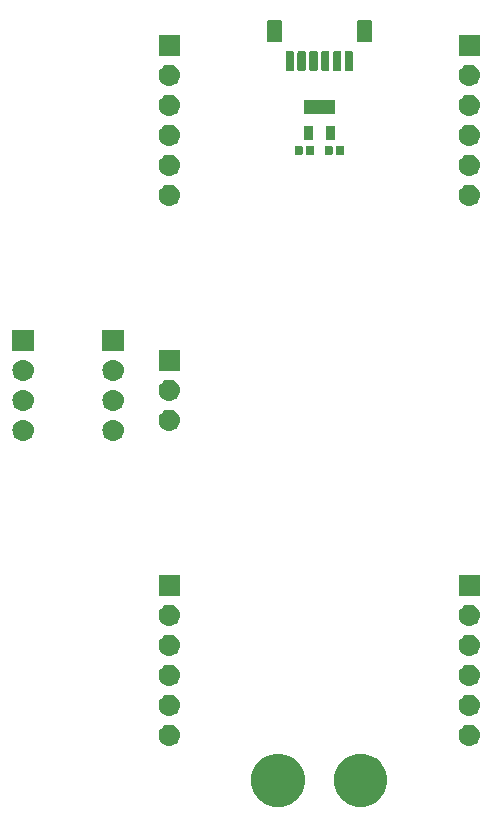
<source format=gbs>
G04 #@! TF.GenerationSoftware,KiCad,Pcbnew,(5.1.4)-1*
G04 #@! TF.CreationDate,2021-07-20T22:26:21+09:00*
G04 #@! TF.ProjectId,UAV2021_ver3_panelizing,55415632-3032-4315-9f76-6572335f7061,rev?*
G04 #@! TF.SameCoordinates,Original*
G04 #@! TF.FileFunction,Soldermask,Bot*
G04 #@! TF.FilePolarity,Negative*
%FSLAX46Y46*%
G04 Gerber Fmt 4.6, Leading zero omitted, Abs format (unit mm)*
G04 Created by KiCad (PCBNEW (5.1.4)-1) date 2021-07-20 22:26:21*
%MOMM*%
%LPD*%
G04 APERTURE LIST*
%ADD10C,0.100000*%
G04 APERTURE END LIST*
D10*
G36*
X3775880Y-30759776D02*
G01*
X4156593Y-30835504D01*
X4566249Y-31005189D01*
X4934929Y-31251534D01*
X5248466Y-31565071D01*
X5494811Y-31933751D01*
X5664496Y-32343407D01*
X5751000Y-32778296D01*
X5751000Y-33221704D01*
X5664496Y-33656593D01*
X5494811Y-34066249D01*
X5248466Y-34434929D01*
X4934929Y-34748466D01*
X4566249Y-34994811D01*
X4156593Y-35164496D01*
X3775880Y-35240224D01*
X3721705Y-35251000D01*
X3278295Y-35251000D01*
X3224120Y-35240224D01*
X2843407Y-35164496D01*
X2433751Y-34994811D01*
X2065071Y-34748466D01*
X1751534Y-34434929D01*
X1505189Y-34066249D01*
X1335504Y-33656593D01*
X1249000Y-33221704D01*
X1249000Y-32778296D01*
X1335504Y-32343407D01*
X1505189Y-31933751D01*
X1751534Y-31565071D01*
X2065071Y-31251534D01*
X2433751Y-31005189D01*
X2843407Y-30835504D01*
X3224120Y-30759776D01*
X3278295Y-30749000D01*
X3721705Y-30749000D01*
X3775880Y-30759776D01*
X3775880Y-30759776D01*
G37*
G36*
X-3224120Y-30759776D02*
G01*
X-2843407Y-30835504D01*
X-2433751Y-31005189D01*
X-2065071Y-31251534D01*
X-1751534Y-31565071D01*
X-1505189Y-31933751D01*
X-1335504Y-32343407D01*
X-1249000Y-32778296D01*
X-1249000Y-33221704D01*
X-1335504Y-33656593D01*
X-1505189Y-34066249D01*
X-1751534Y-34434929D01*
X-2065071Y-34748466D01*
X-2433751Y-34994811D01*
X-2843407Y-35164496D01*
X-3224120Y-35240224D01*
X-3278295Y-35251000D01*
X-3721705Y-35251000D01*
X-3775880Y-35240224D01*
X-4156593Y-35164496D01*
X-4566249Y-34994811D01*
X-4934929Y-34748466D01*
X-5248466Y-34434929D01*
X-5494811Y-34066249D01*
X-5664496Y-33656593D01*
X-5751000Y-33221704D01*
X-5751000Y-32778296D01*
X-5664496Y-32343407D01*
X-5494811Y-31933751D01*
X-5248466Y-31565071D01*
X-4934929Y-31251534D01*
X-4566249Y-31005189D01*
X-4156593Y-30835504D01*
X-3775880Y-30759776D01*
X-3721705Y-30749000D01*
X-3278295Y-30749000D01*
X-3224120Y-30759776D01*
X-3224120Y-30759776D01*
G37*
G36*
X-12589558Y-28315518D02*
G01*
X-12523373Y-28322037D01*
X-12353534Y-28373557D01*
X-12197009Y-28457222D01*
X-12161271Y-28486552D01*
X-12059814Y-28569814D01*
X-11976552Y-28671271D01*
X-11947222Y-28707009D01*
X-11863557Y-28863534D01*
X-11812037Y-29033373D01*
X-11794641Y-29210000D01*
X-11812037Y-29386627D01*
X-11863557Y-29556466D01*
X-11947222Y-29712991D01*
X-11976552Y-29748729D01*
X-12059814Y-29850186D01*
X-12161271Y-29933448D01*
X-12197009Y-29962778D01*
X-12353534Y-30046443D01*
X-12523373Y-30097963D01*
X-12589558Y-30104482D01*
X-12655740Y-30111000D01*
X-12744260Y-30111000D01*
X-12810442Y-30104482D01*
X-12876627Y-30097963D01*
X-13046466Y-30046443D01*
X-13202991Y-29962778D01*
X-13238729Y-29933448D01*
X-13340186Y-29850186D01*
X-13423448Y-29748729D01*
X-13452778Y-29712991D01*
X-13536443Y-29556466D01*
X-13587963Y-29386627D01*
X-13605359Y-29210000D01*
X-13587963Y-29033373D01*
X-13536443Y-28863534D01*
X-13452778Y-28707009D01*
X-13423448Y-28671271D01*
X-13340186Y-28569814D01*
X-13238729Y-28486552D01*
X-13202991Y-28457222D01*
X-13046466Y-28373557D01*
X-12876627Y-28322037D01*
X-12810442Y-28315518D01*
X-12744260Y-28309000D01*
X-12655740Y-28309000D01*
X-12589558Y-28315518D01*
X-12589558Y-28315518D01*
G37*
G36*
X12810442Y-28315518D02*
G01*
X12876627Y-28322037D01*
X13046466Y-28373557D01*
X13202991Y-28457222D01*
X13238729Y-28486552D01*
X13340186Y-28569814D01*
X13423448Y-28671271D01*
X13452778Y-28707009D01*
X13536443Y-28863534D01*
X13587963Y-29033373D01*
X13605359Y-29210000D01*
X13587963Y-29386627D01*
X13536443Y-29556466D01*
X13452778Y-29712991D01*
X13423448Y-29748729D01*
X13340186Y-29850186D01*
X13238729Y-29933448D01*
X13202991Y-29962778D01*
X13046466Y-30046443D01*
X12876627Y-30097963D01*
X12810442Y-30104482D01*
X12744260Y-30111000D01*
X12655740Y-30111000D01*
X12589558Y-30104482D01*
X12523373Y-30097963D01*
X12353534Y-30046443D01*
X12197009Y-29962778D01*
X12161271Y-29933448D01*
X12059814Y-29850186D01*
X11976552Y-29748729D01*
X11947222Y-29712991D01*
X11863557Y-29556466D01*
X11812037Y-29386627D01*
X11794641Y-29210000D01*
X11812037Y-29033373D01*
X11863557Y-28863534D01*
X11947222Y-28707009D01*
X11976552Y-28671271D01*
X12059814Y-28569814D01*
X12161271Y-28486552D01*
X12197009Y-28457222D01*
X12353534Y-28373557D01*
X12523373Y-28322037D01*
X12589558Y-28315518D01*
X12655740Y-28309000D01*
X12744260Y-28309000D01*
X12810442Y-28315518D01*
X12810442Y-28315518D01*
G37*
G36*
X-12589557Y-25775519D02*
G01*
X-12523373Y-25782037D01*
X-12353534Y-25833557D01*
X-12197009Y-25917222D01*
X-12161271Y-25946552D01*
X-12059814Y-26029814D01*
X-11976552Y-26131271D01*
X-11947222Y-26167009D01*
X-11863557Y-26323534D01*
X-11812037Y-26493373D01*
X-11794641Y-26670000D01*
X-11812037Y-26846627D01*
X-11863557Y-27016466D01*
X-11947222Y-27172991D01*
X-11976552Y-27208729D01*
X-12059814Y-27310186D01*
X-12161271Y-27393448D01*
X-12197009Y-27422778D01*
X-12353534Y-27506443D01*
X-12523373Y-27557963D01*
X-12589558Y-27564482D01*
X-12655740Y-27571000D01*
X-12744260Y-27571000D01*
X-12810442Y-27564482D01*
X-12876627Y-27557963D01*
X-13046466Y-27506443D01*
X-13202991Y-27422778D01*
X-13238729Y-27393448D01*
X-13340186Y-27310186D01*
X-13423448Y-27208729D01*
X-13452778Y-27172991D01*
X-13536443Y-27016466D01*
X-13587963Y-26846627D01*
X-13605359Y-26670000D01*
X-13587963Y-26493373D01*
X-13536443Y-26323534D01*
X-13452778Y-26167009D01*
X-13423448Y-26131271D01*
X-13340186Y-26029814D01*
X-13238729Y-25946552D01*
X-13202991Y-25917222D01*
X-13046466Y-25833557D01*
X-12876627Y-25782037D01*
X-12810442Y-25775518D01*
X-12744260Y-25769000D01*
X-12655740Y-25769000D01*
X-12589557Y-25775519D01*
X-12589557Y-25775519D01*
G37*
G36*
X12810442Y-25775518D02*
G01*
X12876627Y-25782037D01*
X13046466Y-25833557D01*
X13202991Y-25917222D01*
X13238729Y-25946552D01*
X13340186Y-26029814D01*
X13423448Y-26131271D01*
X13452778Y-26167009D01*
X13536443Y-26323534D01*
X13587963Y-26493373D01*
X13605359Y-26670000D01*
X13587963Y-26846627D01*
X13536443Y-27016466D01*
X13452778Y-27172991D01*
X13423448Y-27208729D01*
X13340186Y-27310186D01*
X13238729Y-27393448D01*
X13202991Y-27422778D01*
X13046466Y-27506443D01*
X12876627Y-27557963D01*
X12810442Y-27564482D01*
X12744260Y-27571000D01*
X12655740Y-27571000D01*
X12589558Y-27564482D01*
X12523373Y-27557963D01*
X12353534Y-27506443D01*
X12197009Y-27422778D01*
X12161271Y-27393448D01*
X12059814Y-27310186D01*
X11976552Y-27208729D01*
X11947222Y-27172991D01*
X11863557Y-27016466D01*
X11812037Y-26846627D01*
X11794641Y-26670000D01*
X11812037Y-26493373D01*
X11863557Y-26323534D01*
X11947222Y-26167009D01*
X11976552Y-26131271D01*
X12059814Y-26029814D01*
X12161271Y-25946552D01*
X12197009Y-25917222D01*
X12353534Y-25833557D01*
X12523373Y-25782037D01*
X12589557Y-25775519D01*
X12655740Y-25769000D01*
X12744260Y-25769000D01*
X12810442Y-25775518D01*
X12810442Y-25775518D01*
G37*
G36*
X-12589558Y-23235518D02*
G01*
X-12523373Y-23242037D01*
X-12353534Y-23293557D01*
X-12197009Y-23377222D01*
X-12161271Y-23406552D01*
X-12059814Y-23489814D01*
X-11976552Y-23591271D01*
X-11947222Y-23627009D01*
X-11863557Y-23783534D01*
X-11812037Y-23953373D01*
X-11794641Y-24130000D01*
X-11812037Y-24306627D01*
X-11863557Y-24476466D01*
X-11947222Y-24632991D01*
X-11976552Y-24668729D01*
X-12059814Y-24770186D01*
X-12161271Y-24853448D01*
X-12197009Y-24882778D01*
X-12353534Y-24966443D01*
X-12523373Y-25017963D01*
X-12589557Y-25024481D01*
X-12655740Y-25031000D01*
X-12744260Y-25031000D01*
X-12810443Y-25024481D01*
X-12876627Y-25017963D01*
X-13046466Y-24966443D01*
X-13202991Y-24882778D01*
X-13238729Y-24853448D01*
X-13340186Y-24770186D01*
X-13423448Y-24668729D01*
X-13452778Y-24632991D01*
X-13536443Y-24476466D01*
X-13587963Y-24306627D01*
X-13605359Y-24130000D01*
X-13587963Y-23953373D01*
X-13536443Y-23783534D01*
X-13452778Y-23627009D01*
X-13423448Y-23591271D01*
X-13340186Y-23489814D01*
X-13238729Y-23406552D01*
X-13202991Y-23377222D01*
X-13046466Y-23293557D01*
X-12876627Y-23242037D01*
X-12810442Y-23235518D01*
X-12744260Y-23229000D01*
X-12655740Y-23229000D01*
X-12589558Y-23235518D01*
X-12589558Y-23235518D01*
G37*
G36*
X12810442Y-23235518D02*
G01*
X12876627Y-23242037D01*
X13046466Y-23293557D01*
X13202991Y-23377222D01*
X13238729Y-23406552D01*
X13340186Y-23489814D01*
X13423448Y-23591271D01*
X13452778Y-23627009D01*
X13536443Y-23783534D01*
X13587963Y-23953373D01*
X13605359Y-24130000D01*
X13587963Y-24306627D01*
X13536443Y-24476466D01*
X13452778Y-24632991D01*
X13423448Y-24668729D01*
X13340186Y-24770186D01*
X13238729Y-24853448D01*
X13202991Y-24882778D01*
X13046466Y-24966443D01*
X12876627Y-25017963D01*
X12810443Y-25024481D01*
X12744260Y-25031000D01*
X12655740Y-25031000D01*
X12589557Y-25024481D01*
X12523373Y-25017963D01*
X12353534Y-24966443D01*
X12197009Y-24882778D01*
X12161271Y-24853448D01*
X12059814Y-24770186D01*
X11976552Y-24668729D01*
X11947222Y-24632991D01*
X11863557Y-24476466D01*
X11812037Y-24306627D01*
X11794641Y-24130000D01*
X11812037Y-23953373D01*
X11863557Y-23783534D01*
X11947222Y-23627009D01*
X11976552Y-23591271D01*
X12059814Y-23489814D01*
X12161271Y-23406552D01*
X12197009Y-23377222D01*
X12353534Y-23293557D01*
X12523373Y-23242037D01*
X12589558Y-23235518D01*
X12655740Y-23229000D01*
X12744260Y-23229000D01*
X12810442Y-23235518D01*
X12810442Y-23235518D01*
G37*
G36*
X12810443Y-20695519D02*
G01*
X12876627Y-20702037D01*
X13046466Y-20753557D01*
X13202991Y-20837222D01*
X13238729Y-20866552D01*
X13340186Y-20949814D01*
X13423448Y-21051271D01*
X13452778Y-21087009D01*
X13536443Y-21243534D01*
X13587963Y-21413373D01*
X13605359Y-21590000D01*
X13587963Y-21766627D01*
X13536443Y-21936466D01*
X13452778Y-22092991D01*
X13423448Y-22128729D01*
X13340186Y-22230186D01*
X13238729Y-22313448D01*
X13202991Y-22342778D01*
X13046466Y-22426443D01*
X12876627Y-22477963D01*
X12810442Y-22484482D01*
X12744260Y-22491000D01*
X12655740Y-22491000D01*
X12589558Y-22484482D01*
X12523373Y-22477963D01*
X12353534Y-22426443D01*
X12197009Y-22342778D01*
X12161271Y-22313448D01*
X12059814Y-22230186D01*
X11976552Y-22128729D01*
X11947222Y-22092991D01*
X11863557Y-21936466D01*
X11812037Y-21766627D01*
X11794641Y-21590000D01*
X11812037Y-21413373D01*
X11863557Y-21243534D01*
X11947222Y-21087009D01*
X11976552Y-21051271D01*
X12059814Y-20949814D01*
X12161271Y-20866552D01*
X12197009Y-20837222D01*
X12353534Y-20753557D01*
X12523373Y-20702037D01*
X12589557Y-20695519D01*
X12655740Y-20689000D01*
X12744260Y-20689000D01*
X12810443Y-20695519D01*
X12810443Y-20695519D01*
G37*
G36*
X-12589557Y-20695519D02*
G01*
X-12523373Y-20702037D01*
X-12353534Y-20753557D01*
X-12197009Y-20837222D01*
X-12161271Y-20866552D01*
X-12059814Y-20949814D01*
X-11976552Y-21051271D01*
X-11947222Y-21087009D01*
X-11863557Y-21243534D01*
X-11812037Y-21413373D01*
X-11794641Y-21590000D01*
X-11812037Y-21766627D01*
X-11863557Y-21936466D01*
X-11947222Y-22092991D01*
X-11976552Y-22128729D01*
X-12059814Y-22230186D01*
X-12161271Y-22313448D01*
X-12197009Y-22342778D01*
X-12353534Y-22426443D01*
X-12523373Y-22477963D01*
X-12589558Y-22484482D01*
X-12655740Y-22491000D01*
X-12744260Y-22491000D01*
X-12810442Y-22484482D01*
X-12876627Y-22477963D01*
X-13046466Y-22426443D01*
X-13202991Y-22342778D01*
X-13238729Y-22313448D01*
X-13340186Y-22230186D01*
X-13423448Y-22128729D01*
X-13452778Y-22092991D01*
X-13536443Y-21936466D01*
X-13587963Y-21766627D01*
X-13605359Y-21590000D01*
X-13587963Y-21413373D01*
X-13536443Y-21243534D01*
X-13452778Y-21087009D01*
X-13423448Y-21051271D01*
X-13340186Y-20949814D01*
X-13238729Y-20866552D01*
X-13202991Y-20837222D01*
X-13046466Y-20753557D01*
X-12876627Y-20702037D01*
X-12810443Y-20695519D01*
X-12744260Y-20689000D01*
X-12655740Y-20689000D01*
X-12589557Y-20695519D01*
X-12589557Y-20695519D01*
G37*
G36*
X-12589558Y-18155518D02*
G01*
X-12523373Y-18162037D01*
X-12353534Y-18213557D01*
X-12197009Y-18297222D01*
X-12161271Y-18326552D01*
X-12059814Y-18409814D01*
X-11976552Y-18511271D01*
X-11947222Y-18547009D01*
X-11863557Y-18703534D01*
X-11812037Y-18873373D01*
X-11794641Y-19050000D01*
X-11812037Y-19226627D01*
X-11863557Y-19396466D01*
X-11947222Y-19552991D01*
X-11976552Y-19588729D01*
X-12059814Y-19690186D01*
X-12161271Y-19773448D01*
X-12197009Y-19802778D01*
X-12353534Y-19886443D01*
X-12523373Y-19937963D01*
X-12589558Y-19944482D01*
X-12655740Y-19951000D01*
X-12744260Y-19951000D01*
X-12810442Y-19944482D01*
X-12876627Y-19937963D01*
X-13046466Y-19886443D01*
X-13202991Y-19802778D01*
X-13238729Y-19773448D01*
X-13340186Y-19690186D01*
X-13423448Y-19588729D01*
X-13452778Y-19552991D01*
X-13536443Y-19396466D01*
X-13587963Y-19226627D01*
X-13605359Y-19050000D01*
X-13587963Y-18873373D01*
X-13536443Y-18703534D01*
X-13452778Y-18547009D01*
X-13423448Y-18511271D01*
X-13340186Y-18409814D01*
X-13238729Y-18326552D01*
X-13202991Y-18297222D01*
X-13046466Y-18213557D01*
X-12876627Y-18162037D01*
X-12810442Y-18155518D01*
X-12744260Y-18149000D01*
X-12655740Y-18149000D01*
X-12589558Y-18155518D01*
X-12589558Y-18155518D01*
G37*
G36*
X12810442Y-18155518D02*
G01*
X12876627Y-18162037D01*
X13046466Y-18213557D01*
X13202991Y-18297222D01*
X13238729Y-18326552D01*
X13340186Y-18409814D01*
X13423448Y-18511271D01*
X13452778Y-18547009D01*
X13536443Y-18703534D01*
X13587963Y-18873373D01*
X13605359Y-19050000D01*
X13587963Y-19226627D01*
X13536443Y-19396466D01*
X13452778Y-19552991D01*
X13423448Y-19588729D01*
X13340186Y-19690186D01*
X13238729Y-19773448D01*
X13202991Y-19802778D01*
X13046466Y-19886443D01*
X12876627Y-19937963D01*
X12810442Y-19944482D01*
X12744260Y-19951000D01*
X12655740Y-19951000D01*
X12589558Y-19944482D01*
X12523373Y-19937963D01*
X12353534Y-19886443D01*
X12197009Y-19802778D01*
X12161271Y-19773448D01*
X12059814Y-19690186D01*
X11976552Y-19588729D01*
X11947222Y-19552991D01*
X11863557Y-19396466D01*
X11812037Y-19226627D01*
X11794641Y-19050000D01*
X11812037Y-18873373D01*
X11863557Y-18703534D01*
X11947222Y-18547009D01*
X11976552Y-18511271D01*
X12059814Y-18409814D01*
X12161271Y-18326552D01*
X12197009Y-18297222D01*
X12353534Y-18213557D01*
X12523373Y-18162037D01*
X12589558Y-18155518D01*
X12655740Y-18149000D01*
X12744260Y-18149000D01*
X12810442Y-18155518D01*
X12810442Y-18155518D01*
G37*
G36*
X-11799000Y-17411000D02*
G01*
X-13601000Y-17411000D01*
X-13601000Y-15609000D01*
X-11799000Y-15609000D01*
X-11799000Y-17411000D01*
X-11799000Y-17411000D01*
G37*
G36*
X13601000Y-17411000D02*
G01*
X11799000Y-17411000D01*
X11799000Y-15609000D01*
X13601000Y-15609000D01*
X13601000Y-17411000D01*
X13601000Y-17411000D01*
G37*
G36*
X-24979557Y-2495519D02*
G01*
X-24913373Y-2502037D01*
X-24743534Y-2553557D01*
X-24587009Y-2637222D01*
X-24551271Y-2666552D01*
X-24449814Y-2749814D01*
X-24366552Y-2851271D01*
X-24337222Y-2887009D01*
X-24253557Y-3043534D01*
X-24202037Y-3213373D01*
X-24184641Y-3390000D01*
X-24202037Y-3566627D01*
X-24253557Y-3736466D01*
X-24337222Y-3892991D01*
X-24366552Y-3928729D01*
X-24449814Y-4030186D01*
X-24551271Y-4113448D01*
X-24587009Y-4142778D01*
X-24743534Y-4226443D01*
X-24913373Y-4277963D01*
X-24979558Y-4284482D01*
X-25045740Y-4291000D01*
X-25134260Y-4291000D01*
X-25200442Y-4284482D01*
X-25266627Y-4277963D01*
X-25436466Y-4226443D01*
X-25592991Y-4142778D01*
X-25628729Y-4113448D01*
X-25730186Y-4030186D01*
X-25813448Y-3928729D01*
X-25842778Y-3892991D01*
X-25926443Y-3736466D01*
X-25977963Y-3566627D01*
X-25995359Y-3390000D01*
X-25977963Y-3213373D01*
X-25926443Y-3043534D01*
X-25842778Y-2887009D01*
X-25813448Y-2851271D01*
X-25730186Y-2749814D01*
X-25628729Y-2666552D01*
X-25592991Y-2637222D01*
X-25436466Y-2553557D01*
X-25266627Y-2502037D01*
X-25200443Y-2495519D01*
X-25134260Y-2489000D01*
X-25045740Y-2489000D01*
X-24979557Y-2495519D01*
X-24979557Y-2495519D01*
G37*
G36*
X-17359557Y-2495519D02*
G01*
X-17293373Y-2502037D01*
X-17123534Y-2553557D01*
X-16967009Y-2637222D01*
X-16931271Y-2666552D01*
X-16829814Y-2749814D01*
X-16746552Y-2851271D01*
X-16717222Y-2887009D01*
X-16633557Y-3043534D01*
X-16582037Y-3213373D01*
X-16564641Y-3390000D01*
X-16582037Y-3566627D01*
X-16633557Y-3736466D01*
X-16717222Y-3892991D01*
X-16746552Y-3928729D01*
X-16829814Y-4030186D01*
X-16931271Y-4113448D01*
X-16967009Y-4142778D01*
X-17123534Y-4226443D01*
X-17293373Y-4277963D01*
X-17359558Y-4284482D01*
X-17425740Y-4291000D01*
X-17514260Y-4291000D01*
X-17580442Y-4284482D01*
X-17646627Y-4277963D01*
X-17816466Y-4226443D01*
X-17972991Y-4142778D01*
X-18008729Y-4113448D01*
X-18110186Y-4030186D01*
X-18193448Y-3928729D01*
X-18222778Y-3892991D01*
X-18306443Y-3736466D01*
X-18357963Y-3566627D01*
X-18375359Y-3390000D01*
X-18357963Y-3213373D01*
X-18306443Y-3043534D01*
X-18222778Y-2887009D01*
X-18193448Y-2851271D01*
X-18110186Y-2749814D01*
X-18008729Y-2666552D01*
X-17972991Y-2637222D01*
X-17816466Y-2553557D01*
X-17646627Y-2502037D01*
X-17580443Y-2495519D01*
X-17514260Y-2489000D01*
X-17425740Y-2489000D01*
X-17359557Y-2495519D01*
X-17359557Y-2495519D01*
G37*
G36*
X-12589557Y-1645519D02*
G01*
X-12523373Y-1652037D01*
X-12353534Y-1703557D01*
X-12197009Y-1787222D01*
X-12161271Y-1816552D01*
X-12059814Y-1899814D01*
X-11976552Y-2001271D01*
X-11947222Y-2037009D01*
X-11863557Y-2193534D01*
X-11812037Y-2363373D01*
X-11794641Y-2540000D01*
X-11812037Y-2716627D01*
X-11863557Y-2886466D01*
X-11947222Y-3042991D01*
X-11947668Y-3043534D01*
X-12059814Y-3180186D01*
X-12161271Y-3263448D01*
X-12197009Y-3292778D01*
X-12353534Y-3376443D01*
X-12523373Y-3427963D01*
X-12589557Y-3434481D01*
X-12655740Y-3441000D01*
X-12744260Y-3441000D01*
X-12810443Y-3434481D01*
X-12876627Y-3427963D01*
X-13046466Y-3376443D01*
X-13202991Y-3292778D01*
X-13238729Y-3263448D01*
X-13340186Y-3180186D01*
X-13452332Y-3043534D01*
X-13452778Y-3042991D01*
X-13536443Y-2886466D01*
X-13587963Y-2716627D01*
X-13605359Y-2540000D01*
X-13587963Y-2363373D01*
X-13536443Y-2193534D01*
X-13452778Y-2037009D01*
X-13423448Y-2001271D01*
X-13340186Y-1899814D01*
X-13238729Y-1816552D01*
X-13202991Y-1787222D01*
X-13046466Y-1703557D01*
X-12876627Y-1652037D01*
X-12810443Y-1645519D01*
X-12744260Y-1639000D01*
X-12655740Y-1639000D01*
X-12589557Y-1645519D01*
X-12589557Y-1645519D01*
G37*
G36*
X-17359557Y44481D02*
G01*
X-17293373Y37963D01*
X-17123534Y-13557D01*
X-16967009Y-97222D01*
X-16931271Y-126552D01*
X-16829814Y-209814D01*
X-16746552Y-311271D01*
X-16717222Y-347009D01*
X-16633557Y-503534D01*
X-16582037Y-673373D01*
X-16564641Y-850000D01*
X-16582037Y-1026627D01*
X-16633557Y-1196466D01*
X-16717222Y-1352991D01*
X-16746552Y-1388729D01*
X-16829814Y-1490186D01*
X-16931271Y-1573448D01*
X-16967009Y-1602778D01*
X-17123534Y-1686443D01*
X-17293373Y-1737963D01*
X-17359557Y-1744481D01*
X-17425740Y-1751000D01*
X-17514260Y-1751000D01*
X-17580443Y-1744481D01*
X-17646627Y-1737963D01*
X-17816466Y-1686443D01*
X-17972991Y-1602778D01*
X-18008729Y-1573448D01*
X-18110186Y-1490186D01*
X-18193448Y-1388729D01*
X-18222778Y-1352991D01*
X-18306443Y-1196466D01*
X-18357963Y-1026627D01*
X-18375359Y-850000D01*
X-18357963Y-673373D01*
X-18306443Y-503534D01*
X-18222778Y-347009D01*
X-18193448Y-311271D01*
X-18110186Y-209814D01*
X-18008729Y-126552D01*
X-17972991Y-97222D01*
X-17816466Y-13557D01*
X-17646627Y37963D01*
X-17580443Y44481D01*
X-17514260Y51000D01*
X-17425740Y51000D01*
X-17359557Y44481D01*
X-17359557Y44481D01*
G37*
G36*
X-24979557Y44481D02*
G01*
X-24913373Y37963D01*
X-24743534Y-13557D01*
X-24587009Y-97222D01*
X-24551271Y-126552D01*
X-24449814Y-209814D01*
X-24366552Y-311271D01*
X-24337222Y-347009D01*
X-24253557Y-503534D01*
X-24202037Y-673373D01*
X-24184641Y-850000D01*
X-24202037Y-1026627D01*
X-24253557Y-1196466D01*
X-24337222Y-1352991D01*
X-24366552Y-1388729D01*
X-24449814Y-1490186D01*
X-24551271Y-1573448D01*
X-24587009Y-1602778D01*
X-24743534Y-1686443D01*
X-24913373Y-1737963D01*
X-24979557Y-1744481D01*
X-25045740Y-1751000D01*
X-25134260Y-1751000D01*
X-25200443Y-1744481D01*
X-25266627Y-1737963D01*
X-25436466Y-1686443D01*
X-25592991Y-1602778D01*
X-25628729Y-1573448D01*
X-25730186Y-1490186D01*
X-25813448Y-1388729D01*
X-25842778Y-1352991D01*
X-25926443Y-1196466D01*
X-25977963Y-1026627D01*
X-25995359Y-850000D01*
X-25977963Y-673373D01*
X-25926443Y-503534D01*
X-25842778Y-347009D01*
X-25813448Y-311271D01*
X-25730186Y-209814D01*
X-25628729Y-126552D01*
X-25592991Y-97222D01*
X-25436466Y-13557D01*
X-25266627Y37963D01*
X-25200443Y44481D01*
X-25134260Y51000D01*
X-25045740Y51000D01*
X-24979557Y44481D01*
X-24979557Y44481D01*
G37*
G36*
X-12589558Y894482D02*
G01*
X-12523373Y887963D01*
X-12353534Y836443D01*
X-12197009Y752778D01*
X-12161271Y723448D01*
X-12059814Y640186D01*
X-11976552Y538729D01*
X-11947222Y502991D01*
X-11863557Y346466D01*
X-11812037Y176627D01*
X-11794641Y0D01*
X-11812037Y-176627D01*
X-11863557Y-346466D01*
X-11947222Y-502991D01*
X-11947668Y-503534D01*
X-12059814Y-640186D01*
X-12161271Y-723448D01*
X-12197009Y-752778D01*
X-12353534Y-836443D01*
X-12523373Y-887963D01*
X-12589558Y-894482D01*
X-12655740Y-901000D01*
X-12744260Y-901000D01*
X-12810442Y-894482D01*
X-12876627Y-887963D01*
X-13046466Y-836443D01*
X-13202991Y-752778D01*
X-13238729Y-723448D01*
X-13340186Y-640186D01*
X-13452332Y-503534D01*
X-13452778Y-502991D01*
X-13536443Y-346466D01*
X-13587963Y-176627D01*
X-13605359Y0D01*
X-13587963Y176627D01*
X-13536443Y346466D01*
X-13452778Y502991D01*
X-13423448Y538729D01*
X-13340186Y640186D01*
X-13238729Y723448D01*
X-13202991Y752778D01*
X-13046466Y836443D01*
X-12876627Y887963D01*
X-12810442Y894482D01*
X-12744260Y901000D01*
X-12655740Y901000D01*
X-12589558Y894482D01*
X-12589558Y894482D01*
G37*
G36*
X-17359558Y2584482D02*
G01*
X-17293373Y2577963D01*
X-17123534Y2526443D01*
X-16967009Y2442778D01*
X-16931271Y2413448D01*
X-16829814Y2330186D01*
X-16746552Y2228729D01*
X-16717222Y2192991D01*
X-16633557Y2036466D01*
X-16582037Y1866627D01*
X-16564641Y1690000D01*
X-16582037Y1513373D01*
X-16633557Y1343534D01*
X-16717222Y1187009D01*
X-16746552Y1151271D01*
X-16829814Y1049814D01*
X-16931271Y966552D01*
X-16967009Y937222D01*
X-17123534Y853557D01*
X-17293373Y802037D01*
X-17359557Y795519D01*
X-17425740Y789000D01*
X-17514260Y789000D01*
X-17580443Y795519D01*
X-17646627Y802037D01*
X-17816466Y853557D01*
X-17972991Y937222D01*
X-18008729Y966552D01*
X-18110186Y1049814D01*
X-18193448Y1151271D01*
X-18222778Y1187009D01*
X-18306443Y1343534D01*
X-18357963Y1513373D01*
X-18375359Y1690000D01*
X-18357963Y1866627D01*
X-18306443Y2036466D01*
X-18222778Y2192991D01*
X-18193448Y2228729D01*
X-18110186Y2330186D01*
X-18008729Y2413448D01*
X-17972991Y2442778D01*
X-17816466Y2526443D01*
X-17646627Y2577963D01*
X-17580443Y2584481D01*
X-17514260Y2591000D01*
X-17425740Y2591000D01*
X-17359558Y2584482D01*
X-17359558Y2584482D01*
G37*
G36*
X-24979558Y2584482D02*
G01*
X-24913373Y2577963D01*
X-24743534Y2526443D01*
X-24587009Y2442778D01*
X-24551271Y2413448D01*
X-24449814Y2330186D01*
X-24366552Y2228729D01*
X-24337222Y2192991D01*
X-24253557Y2036466D01*
X-24202037Y1866627D01*
X-24184641Y1690000D01*
X-24202037Y1513373D01*
X-24253557Y1343534D01*
X-24337222Y1187009D01*
X-24366552Y1151271D01*
X-24449814Y1049814D01*
X-24551271Y966552D01*
X-24587009Y937222D01*
X-24743534Y853557D01*
X-24913373Y802037D01*
X-24979557Y795519D01*
X-25045740Y789000D01*
X-25134260Y789000D01*
X-25200443Y795519D01*
X-25266627Y802037D01*
X-25436466Y853557D01*
X-25592991Y937222D01*
X-25628729Y966552D01*
X-25730186Y1049814D01*
X-25813448Y1151271D01*
X-25842778Y1187009D01*
X-25926443Y1343534D01*
X-25977963Y1513373D01*
X-25995359Y1690000D01*
X-25977963Y1866627D01*
X-25926443Y2036466D01*
X-25842778Y2192991D01*
X-25813448Y2228729D01*
X-25730186Y2330186D01*
X-25628729Y2413448D01*
X-25592991Y2442778D01*
X-25436466Y2526443D01*
X-25266627Y2577963D01*
X-25200443Y2584481D01*
X-25134260Y2591000D01*
X-25045740Y2591000D01*
X-24979558Y2584482D01*
X-24979558Y2584482D01*
G37*
G36*
X-11799000Y1639000D02*
G01*
X-13601000Y1639000D01*
X-13601000Y3441000D01*
X-11799000Y3441000D01*
X-11799000Y1639000D01*
X-11799000Y1639000D01*
G37*
G36*
X-24189000Y3329000D02*
G01*
X-25991000Y3329000D01*
X-25991000Y5131000D01*
X-24189000Y5131000D01*
X-24189000Y3329000D01*
X-24189000Y3329000D01*
G37*
G36*
X-16569000Y3329000D02*
G01*
X-18371000Y3329000D01*
X-18371000Y5131000D01*
X-16569000Y5131000D01*
X-16569000Y3329000D01*
X-16569000Y3329000D01*
G37*
G36*
X-12589558Y17404482D02*
G01*
X-12523373Y17397963D01*
X-12353534Y17346443D01*
X-12197009Y17262778D01*
X-12161271Y17233448D01*
X-12059814Y17150186D01*
X-11976552Y17048729D01*
X-11947222Y17012991D01*
X-11863557Y16856466D01*
X-11812037Y16686627D01*
X-11794641Y16510000D01*
X-11812037Y16333373D01*
X-11863557Y16163534D01*
X-11947222Y16007009D01*
X-11976552Y15971271D01*
X-12059814Y15869814D01*
X-12161271Y15786552D01*
X-12197009Y15757222D01*
X-12353534Y15673557D01*
X-12523373Y15622037D01*
X-12589558Y15615518D01*
X-12655740Y15609000D01*
X-12744260Y15609000D01*
X-12810442Y15615518D01*
X-12876627Y15622037D01*
X-13046466Y15673557D01*
X-13202991Y15757222D01*
X-13238729Y15786552D01*
X-13340186Y15869814D01*
X-13423448Y15971271D01*
X-13452778Y16007009D01*
X-13536443Y16163534D01*
X-13587963Y16333373D01*
X-13605359Y16510000D01*
X-13587963Y16686627D01*
X-13536443Y16856466D01*
X-13452778Y17012991D01*
X-13423448Y17048729D01*
X-13340186Y17150186D01*
X-13238729Y17233448D01*
X-13202991Y17262778D01*
X-13046466Y17346443D01*
X-12876627Y17397963D01*
X-12810442Y17404482D01*
X-12744260Y17411000D01*
X-12655740Y17411000D01*
X-12589558Y17404482D01*
X-12589558Y17404482D01*
G37*
G36*
X12810442Y17404482D02*
G01*
X12876627Y17397963D01*
X13046466Y17346443D01*
X13202991Y17262778D01*
X13238729Y17233448D01*
X13340186Y17150186D01*
X13423448Y17048729D01*
X13452778Y17012991D01*
X13536443Y16856466D01*
X13587963Y16686627D01*
X13605359Y16510000D01*
X13587963Y16333373D01*
X13536443Y16163534D01*
X13452778Y16007009D01*
X13423448Y15971271D01*
X13340186Y15869814D01*
X13238729Y15786552D01*
X13202991Y15757222D01*
X13046466Y15673557D01*
X12876627Y15622037D01*
X12810442Y15615518D01*
X12744260Y15609000D01*
X12655740Y15609000D01*
X12589558Y15615518D01*
X12523373Y15622037D01*
X12353534Y15673557D01*
X12197009Y15757222D01*
X12161271Y15786552D01*
X12059814Y15869814D01*
X11976552Y15971271D01*
X11947222Y16007009D01*
X11863557Y16163534D01*
X11812037Y16333373D01*
X11794641Y16510000D01*
X11812037Y16686627D01*
X11863557Y16856466D01*
X11947222Y17012991D01*
X11976552Y17048729D01*
X12059814Y17150186D01*
X12161271Y17233448D01*
X12197009Y17262778D01*
X12353534Y17346443D01*
X12523373Y17397963D01*
X12589558Y17404482D01*
X12655740Y17411000D01*
X12744260Y17411000D01*
X12810442Y17404482D01*
X12810442Y17404482D01*
G37*
G36*
X-12589558Y19944482D02*
G01*
X-12523373Y19937963D01*
X-12353534Y19886443D01*
X-12197009Y19802778D01*
X-12161271Y19773448D01*
X-12059814Y19690186D01*
X-11976552Y19588729D01*
X-11947222Y19552991D01*
X-11863557Y19396466D01*
X-11812037Y19226627D01*
X-11794641Y19050000D01*
X-11812037Y18873373D01*
X-11863557Y18703534D01*
X-11947222Y18547009D01*
X-11976552Y18511271D01*
X-12059814Y18409814D01*
X-12161271Y18326552D01*
X-12197009Y18297222D01*
X-12353534Y18213557D01*
X-12523373Y18162037D01*
X-12589558Y18155518D01*
X-12655740Y18149000D01*
X-12744260Y18149000D01*
X-12810442Y18155518D01*
X-12876627Y18162037D01*
X-13046466Y18213557D01*
X-13202991Y18297222D01*
X-13238729Y18326552D01*
X-13340186Y18409814D01*
X-13423448Y18511271D01*
X-13452778Y18547009D01*
X-13536443Y18703534D01*
X-13587963Y18873373D01*
X-13605359Y19050000D01*
X-13587963Y19226627D01*
X-13536443Y19396466D01*
X-13452778Y19552991D01*
X-13423448Y19588729D01*
X-13340186Y19690186D01*
X-13238729Y19773448D01*
X-13202991Y19802778D01*
X-13046466Y19886443D01*
X-12876627Y19937963D01*
X-12810442Y19944482D01*
X-12744260Y19951000D01*
X-12655740Y19951000D01*
X-12589558Y19944482D01*
X-12589558Y19944482D01*
G37*
G36*
X12810442Y19944482D02*
G01*
X12876627Y19937963D01*
X13046466Y19886443D01*
X13202991Y19802778D01*
X13238729Y19773448D01*
X13340186Y19690186D01*
X13423448Y19588729D01*
X13452778Y19552991D01*
X13536443Y19396466D01*
X13587963Y19226627D01*
X13605359Y19050000D01*
X13587963Y18873373D01*
X13536443Y18703534D01*
X13452778Y18547009D01*
X13423448Y18511271D01*
X13340186Y18409814D01*
X13238729Y18326552D01*
X13202991Y18297222D01*
X13046466Y18213557D01*
X12876627Y18162037D01*
X12810442Y18155518D01*
X12744260Y18149000D01*
X12655740Y18149000D01*
X12589558Y18155518D01*
X12523373Y18162037D01*
X12353534Y18213557D01*
X12197009Y18297222D01*
X12161271Y18326552D01*
X12059814Y18409814D01*
X11976552Y18511271D01*
X11947222Y18547009D01*
X11863557Y18703534D01*
X11812037Y18873373D01*
X11794641Y19050000D01*
X11812037Y19226627D01*
X11863557Y19396466D01*
X11947222Y19552991D01*
X11976552Y19588729D01*
X12059814Y19690186D01*
X12161271Y19773448D01*
X12197009Y19802778D01*
X12353534Y19886443D01*
X12523373Y19937963D01*
X12589558Y19944482D01*
X12655740Y19951000D01*
X12744260Y19951000D01*
X12810442Y19944482D01*
X12810442Y19944482D01*
G37*
G36*
X2011938Y20688284D02*
G01*
X2032557Y20682029D01*
X2051553Y20671876D01*
X2068208Y20658208D01*
X2081876Y20641553D01*
X2092029Y20622557D01*
X2098284Y20601938D01*
X2101000Y20574360D01*
X2101000Y20065640D01*
X2098284Y20038062D01*
X2092029Y20017443D01*
X2081876Y19998447D01*
X2068208Y19981792D01*
X2051553Y19968124D01*
X2032557Y19957971D01*
X2011938Y19951716D01*
X1984360Y19949000D01*
X1525640Y19949000D01*
X1498062Y19951716D01*
X1477443Y19957971D01*
X1458447Y19968124D01*
X1441792Y19981792D01*
X1428124Y19998447D01*
X1417971Y20017443D01*
X1411716Y20038062D01*
X1409000Y20065640D01*
X1409000Y20574360D01*
X1411716Y20601938D01*
X1417971Y20622557D01*
X1428124Y20641553D01*
X1441792Y20658208D01*
X1458447Y20671876D01*
X1477443Y20682029D01*
X1498062Y20688284D01*
X1525640Y20691000D01*
X1984360Y20691000D01*
X2011938Y20688284D01*
X2011938Y20688284D01*
G37*
G36*
X1041938Y20688284D02*
G01*
X1062557Y20682029D01*
X1081553Y20671876D01*
X1098208Y20658208D01*
X1111876Y20641553D01*
X1122029Y20622557D01*
X1128284Y20601938D01*
X1131000Y20574360D01*
X1131000Y20065640D01*
X1128284Y20038062D01*
X1122029Y20017443D01*
X1111876Y19998447D01*
X1098208Y19981792D01*
X1081553Y19968124D01*
X1062557Y19957971D01*
X1041938Y19951716D01*
X1014360Y19949000D01*
X555640Y19949000D01*
X528062Y19951716D01*
X507443Y19957971D01*
X488447Y19968124D01*
X471792Y19981792D01*
X458124Y19998447D01*
X447971Y20017443D01*
X441716Y20038062D01*
X439000Y20065640D01*
X439000Y20574360D01*
X441716Y20601938D01*
X447971Y20622557D01*
X458124Y20641553D01*
X471792Y20658208D01*
X488447Y20671876D01*
X507443Y20682029D01*
X528062Y20688284D01*
X555640Y20691000D01*
X1014360Y20691000D01*
X1041938Y20688284D01*
X1041938Y20688284D01*
G37*
G36*
X-528062Y20688284D02*
G01*
X-507443Y20682029D01*
X-488447Y20671876D01*
X-471792Y20658208D01*
X-458124Y20641553D01*
X-447971Y20622557D01*
X-441716Y20601938D01*
X-439000Y20574360D01*
X-439000Y20065640D01*
X-441716Y20038062D01*
X-447971Y20017443D01*
X-458124Y19998447D01*
X-471792Y19981792D01*
X-488447Y19968124D01*
X-507443Y19957971D01*
X-528062Y19951716D01*
X-555640Y19949000D01*
X-1014360Y19949000D01*
X-1041938Y19951716D01*
X-1062557Y19957971D01*
X-1081553Y19968124D01*
X-1098208Y19981792D01*
X-1111876Y19998447D01*
X-1122029Y20017443D01*
X-1128284Y20038062D01*
X-1131000Y20065640D01*
X-1131000Y20574360D01*
X-1128284Y20601938D01*
X-1122029Y20622557D01*
X-1111876Y20641553D01*
X-1098208Y20658208D01*
X-1081553Y20671876D01*
X-1062557Y20682029D01*
X-1041938Y20688284D01*
X-1014360Y20691000D01*
X-555640Y20691000D01*
X-528062Y20688284D01*
X-528062Y20688284D01*
G37*
G36*
X-1498062Y20688284D02*
G01*
X-1477443Y20682029D01*
X-1458447Y20671876D01*
X-1441792Y20658208D01*
X-1428124Y20641553D01*
X-1417971Y20622557D01*
X-1411716Y20601938D01*
X-1409000Y20574360D01*
X-1409000Y20065640D01*
X-1411716Y20038062D01*
X-1417971Y20017443D01*
X-1428124Y19998447D01*
X-1441792Y19981792D01*
X-1458447Y19968124D01*
X-1477443Y19957971D01*
X-1498062Y19951716D01*
X-1525640Y19949000D01*
X-1984360Y19949000D01*
X-2011938Y19951716D01*
X-2032557Y19957971D01*
X-2051553Y19968124D01*
X-2068208Y19981792D01*
X-2081876Y19998447D01*
X-2092029Y20017443D01*
X-2098284Y20038062D01*
X-2101000Y20065640D01*
X-2101000Y20574360D01*
X-2098284Y20601938D01*
X-2092029Y20622557D01*
X-2081876Y20641553D01*
X-2068208Y20658208D01*
X-2051553Y20671876D01*
X-2032557Y20682029D01*
X-2011938Y20688284D01*
X-1984360Y20691000D01*
X-1525640Y20691000D01*
X-1498062Y20688284D01*
X-1498062Y20688284D01*
G37*
G36*
X12810442Y22484482D02*
G01*
X12876627Y22477963D01*
X13046466Y22426443D01*
X13202991Y22342778D01*
X13205157Y22341000D01*
X13340186Y22230186D01*
X13423448Y22128729D01*
X13452778Y22092991D01*
X13536443Y21936466D01*
X13587963Y21766627D01*
X13605359Y21590000D01*
X13587963Y21413373D01*
X13536443Y21243534D01*
X13452778Y21087009D01*
X13423448Y21051271D01*
X13340186Y20949814D01*
X13238729Y20866552D01*
X13202991Y20837222D01*
X13046466Y20753557D01*
X12876627Y20702037D01*
X12810443Y20695519D01*
X12744260Y20689000D01*
X12655740Y20689000D01*
X12589557Y20695519D01*
X12523373Y20702037D01*
X12353534Y20753557D01*
X12197009Y20837222D01*
X12161271Y20866552D01*
X12059814Y20949814D01*
X11976552Y21051271D01*
X11947222Y21087009D01*
X11863557Y21243534D01*
X11812037Y21413373D01*
X11794641Y21590000D01*
X11812037Y21766627D01*
X11863557Y21936466D01*
X11947222Y22092991D01*
X11976552Y22128729D01*
X12059814Y22230186D01*
X12194843Y22341000D01*
X12197009Y22342778D01*
X12353534Y22426443D01*
X12523373Y22477963D01*
X12589558Y22484482D01*
X12655740Y22491000D01*
X12744260Y22491000D01*
X12810442Y22484482D01*
X12810442Y22484482D01*
G37*
G36*
X-12589558Y22484482D02*
G01*
X-12523373Y22477963D01*
X-12353534Y22426443D01*
X-12197009Y22342778D01*
X-12194843Y22341000D01*
X-12059814Y22230186D01*
X-11976552Y22128729D01*
X-11947222Y22092991D01*
X-11863557Y21936466D01*
X-11812037Y21766627D01*
X-11794641Y21590000D01*
X-11812037Y21413373D01*
X-11863557Y21243534D01*
X-11947222Y21087009D01*
X-11976552Y21051271D01*
X-12059814Y20949814D01*
X-12161271Y20866552D01*
X-12197009Y20837222D01*
X-12353534Y20753557D01*
X-12523373Y20702037D01*
X-12589557Y20695519D01*
X-12655740Y20689000D01*
X-12744260Y20689000D01*
X-12810443Y20695519D01*
X-12876627Y20702037D01*
X-13046466Y20753557D01*
X-13202991Y20837222D01*
X-13238729Y20866552D01*
X-13340186Y20949814D01*
X-13423448Y21051271D01*
X-13452778Y21087009D01*
X-13536443Y21243534D01*
X-13587963Y21413373D01*
X-13605359Y21590000D01*
X-13587963Y21766627D01*
X-13536443Y21936466D01*
X-13452778Y22092991D01*
X-13423448Y22128729D01*
X-13340186Y22230186D01*
X-13205157Y22341000D01*
X-13202991Y22342778D01*
X-13046466Y22426443D01*
X-12876627Y22477963D01*
X-12810442Y22484482D01*
X-12744260Y22491000D01*
X-12655740Y22491000D01*
X-12589558Y22484482D01*
X-12589558Y22484482D01*
G37*
G36*
X-574000Y21179000D02*
G01*
X-1326000Y21179000D01*
X-1326000Y22341000D01*
X-574000Y22341000D01*
X-574000Y21179000D01*
X-574000Y21179000D01*
G37*
G36*
X1326000Y21179000D02*
G01*
X574000Y21179000D01*
X574000Y22341000D01*
X1326000Y22341000D01*
X1326000Y21179000D01*
X1326000Y21179000D01*
G37*
G36*
X-12589557Y25024481D02*
G01*
X-12523373Y25017963D01*
X-12353534Y24966443D01*
X-12197009Y24882778D01*
X-12161271Y24853448D01*
X-12059814Y24770186D01*
X-11976552Y24668729D01*
X-11947222Y24632991D01*
X-11863557Y24476466D01*
X-11812037Y24306627D01*
X-11794641Y24130000D01*
X-11812037Y23953373D01*
X-11863557Y23783534D01*
X-11947222Y23627009D01*
X-11976552Y23591271D01*
X-12059814Y23489814D01*
X-12161271Y23406552D01*
X-12197009Y23377222D01*
X-12353534Y23293557D01*
X-12523373Y23242037D01*
X-12589558Y23235518D01*
X-12655740Y23229000D01*
X-12744260Y23229000D01*
X-12810442Y23235518D01*
X-12876627Y23242037D01*
X-13046466Y23293557D01*
X-13202991Y23377222D01*
X-13238729Y23406552D01*
X-13340186Y23489814D01*
X-13423448Y23591271D01*
X-13452778Y23627009D01*
X-13536443Y23783534D01*
X-13587963Y23953373D01*
X-13605359Y24130000D01*
X-13587963Y24306627D01*
X-13536443Y24476466D01*
X-13452778Y24632991D01*
X-13423448Y24668729D01*
X-13340186Y24770186D01*
X-13238729Y24853448D01*
X-13202991Y24882778D01*
X-13046466Y24966443D01*
X-12876627Y25017963D01*
X-12810443Y25024481D01*
X-12744260Y25031000D01*
X-12655740Y25031000D01*
X-12589557Y25024481D01*
X-12589557Y25024481D01*
G37*
G36*
X12810443Y25024481D02*
G01*
X12876627Y25017963D01*
X13046466Y24966443D01*
X13202991Y24882778D01*
X13238729Y24853448D01*
X13340186Y24770186D01*
X13423448Y24668729D01*
X13452778Y24632991D01*
X13536443Y24476466D01*
X13587963Y24306627D01*
X13605359Y24130000D01*
X13587963Y23953373D01*
X13536443Y23783534D01*
X13452778Y23627009D01*
X13423448Y23591271D01*
X13340186Y23489814D01*
X13238729Y23406552D01*
X13202991Y23377222D01*
X13046466Y23293557D01*
X12876627Y23242037D01*
X12810442Y23235518D01*
X12744260Y23229000D01*
X12655740Y23229000D01*
X12589558Y23235518D01*
X12523373Y23242037D01*
X12353534Y23293557D01*
X12197009Y23377222D01*
X12161271Y23406552D01*
X12059814Y23489814D01*
X11976552Y23591271D01*
X11947222Y23627009D01*
X11863557Y23783534D01*
X11812037Y23953373D01*
X11794641Y24130000D01*
X11812037Y24306627D01*
X11863557Y24476466D01*
X11947222Y24632991D01*
X11976552Y24668729D01*
X12059814Y24770186D01*
X12161271Y24853448D01*
X12197009Y24882778D01*
X12353534Y24966443D01*
X12523373Y25017963D01*
X12589557Y25024481D01*
X12655740Y25031000D01*
X12744260Y25031000D01*
X12810443Y25024481D01*
X12810443Y25024481D01*
G37*
G36*
X1326000Y23379000D02*
G01*
X-1326000Y23379000D01*
X-1326000Y24541000D01*
X1326000Y24541000D01*
X1326000Y23379000D01*
X1326000Y23379000D01*
G37*
G36*
X-12589558Y27564482D02*
G01*
X-12523373Y27557963D01*
X-12353534Y27506443D01*
X-12197009Y27422778D01*
X-12161271Y27393448D01*
X-12059814Y27310186D01*
X-11997701Y27234500D01*
X-11947222Y27172991D01*
X-11863557Y27016466D01*
X-11812037Y26846627D01*
X-11794641Y26670000D01*
X-11812037Y26493373D01*
X-11863557Y26323534D01*
X-11947222Y26167009D01*
X-11976552Y26131271D01*
X-12059814Y26029814D01*
X-12161271Y25946552D01*
X-12197009Y25917222D01*
X-12353534Y25833557D01*
X-12523373Y25782037D01*
X-12589557Y25775519D01*
X-12655740Y25769000D01*
X-12744260Y25769000D01*
X-12810442Y25775518D01*
X-12876627Y25782037D01*
X-13046466Y25833557D01*
X-13202991Y25917222D01*
X-13238729Y25946552D01*
X-13340186Y26029814D01*
X-13423448Y26131271D01*
X-13452778Y26167009D01*
X-13536443Y26323534D01*
X-13587963Y26493373D01*
X-13605359Y26670000D01*
X-13587963Y26846627D01*
X-13536443Y27016466D01*
X-13452778Y27172991D01*
X-13402299Y27234500D01*
X-13340186Y27310186D01*
X-13238729Y27393448D01*
X-13202991Y27422778D01*
X-13046466Y27506443D01*
X-12876627Y27557963D01*
X-12810442Y27564482D01*
X-12744260Y27571000D01*
X-12655740Y27571000D01*
X-12589558Y27564482D01*
X-12589558Y27564482D01*
G37*
G36*
X12810442Y27564482D02*
G01*
X12876627Y27557963D01*
X13046466Y27506443D01*
X13202991Y27422778D01*
X13238729Y27393448D01*
X13340186Y27310186D01*
X13402299Y27234500D01*
X13452778Y27172991D01*
X13536443Y27016466D01*
X13587963Y26846627D01*
X13605359Y26670000D01*
X13587963Y26493373D01*
X13536443Y26323534D01*
X13452778Y26167009D01*
X13423448Y26131271D01*
X13340186Y26029814D01*
X13238729Y25946552D01*
X13202991Y25917222D01*
X13046466Y25833557D01*
X12876627Y25782037D01*
X12810442Y25775518D01*
X12744260Y25769000D01*
X12655740Y25769000D01*
X12589557Y25775519D01*
X12523373Y25782037D01*
X12353534Y25833557D01*
X12197009Y25917222D01*
X12161271Y25946552D01*
X12059814Y26029814D01*
X11976552Y26131271D01*
X11947222Y26167009D01*
X11863557Y26323534D01*
X11812037Y26493373D01*
X11794641Y26670000D01*
X11812037Y26846627D01*
X11863557Y27016466D01*
X11947222Y27172991D01*
X11997701Y27234500D01*
X12059814Y27310186D01*
X12161271Y27393448D01*
X12197009Y27422778D01*
X12353534Y27506443D01*
X12523373Y27557963D01*
X12589558Y27564482D01*
X12655740Y27571000D01*
X12744260Y27571000D01*
X12810442Y27564482D01*
X12810442Y27564482D01*
G37*
G36*
X2759928Y28708236D02*
G01*
X2781009Y28701840D01*
X2800445Y28691452D01*
X2817476Y28677476D01*
X2831452Y28660445D01*
X2841840Y28641009D01*
X2848236Y28619928D01*
X2851000Y28591860D01*
X2851000Y27178140D01*
X2848236Y27150072D01*
X2841840Y27128991D01*
X2831452Y27109555D01*
X2817476Y27092524D01*
X2800445Y27078548D01*
X2781009Y27068160D01*
X2759928Y27061764D01*
X2731860Y27059000D01*
X2268140Y27059000D01*
X2240072Y27061764D01*
X2218991Y27068160D01*
X2199555Y27078548D01*
X2182524Y27092524D01*
X2168548Y27109555D01*
X2158160Y27128991D01*
X2151764Y27150072D01*
X2149000Y27178140D01*
X2149000Y28591860D01*
X2151764Y28619928D01*
X2158160Y28641009D01*
X2168548Y28660445D01*
X2182524Y28677476D01*
X2199555Y28691452D01*
X2218991Y28701840D01*
X2240072Y28708236D01*
X2268140Y28711000D01*
X2731860Y28711000D01*
X2759928Y28708236D01*
X2759928Y28708236D01*
G37*
G36*
X-2240072Y28708236D02*
G01*
X-2218991Y28701840D01*
X-2199555Y28691452D01*
X-2182524Y28677476D01*
X-2168548Y28660445D01*
X-2158160Y28641009D01*
X-2151764Y28619928D01*
X-2149000Y28591860D01*
X-2149000Y27178140D01*
X-2151764Y27150072D01*
X-2158160Y27128991D01*
X-2168548Y27109555D01*
X-2182524Y27092524D01*
X-2199555Y27078548D01*
X-2218991Y27068160D01*
X-2240072Y27061764D01*
X-2268140Y27059000D01*
X-2731860Y27059000D01*
X-2759928Y27061764D01*
X-2781009Y27068160D01*
X-2800445Y27078548D01*
X-2817476Y27092524D01*
X-2831452Y27109555D01*
X-2841840Y27128991D01*
X-2848236Y27150072D01*
X-2851000Y27178140D01*
X-2851000Y28591860D01*
X-2848236Y28619928D01*
X-2841840Y28641009D01*
X-2831452Y28660445D01*
X-2817476Y28677476D01*
X-2800445Y28691452D01*
X-2781009Y28701840D01*
X-2759928Y28708236D01*
X-2731860Y28711000D01*
X-2268140Y28711000D01*
X-2240072Y28708236D01*
X-2240072Y28708236D01*
G37*
G36*
X-1240072Y28708236D02*
G01*
X-1218991Y28701840D01*
X-1199555Y28691452D01*
X-1182524Y28677476D01*
X-1168548Y28660445D01*
X-1158160Y28641009D01*
X-1151764Y28619928D01*
X-1149000Y28591860D01*
X-1149000Y27178140D01*
X-1151764Y27150072D01*
X-1158160Y27128991D01*
X-1168548Y27109555D01*
X-1182524Y27092524D01*
X-1199555Y27078548D01*
X-1218991Y27068160D01*
X-1240072Y27061764D01*
X-1268140Y27059000D01*
X-1731860Y27059000D01*
X-1759928Y27061764D01*
X-1781009Y27068160D01*
X-1800445Y27078548D01*
X-1817476Y27092524D01*
X-1831452Y27109555D01*
X-1841840Y27128991D01*
X-1848236Y27150072D01*
X-1851000Y27178140D01*
X-1851000Y28591860D01*
X-1848236Y28619928D01*
X-1841840Y28641009D01*
X-1831452Y28660445D01*
X-1817476Y28677476D01*
X-1800445Y28691452D01*
X-1781009Y28701840D01*
X-1759928Y28708236D01*
X-1731860Y28711000D01*
X-1268140Y28711000D01*
X-1240072Y28708236D01*
X-1240072Y28708236D01*
G37*
G36*
X-240072Y28708236D02*
G01*
X-218991Y28701840D01*
X-199555Y28691452D01*
X-182524Y28677476D01*
X-168548Y28660445D01*
X-158160Y28641009D01*
X-151764Y28619928D01*
X-149000Y28591860D01*
X-149000Y27178140D01*
X-151764Y27150072D01*
X-158160Y27128991D01*
X-168548Y27109555D01*
X-182524Y27092524D01*
X-199555Y27078548D01*
X-218991Y27068160D01*
X-240072Y27061764D01*
X-268140Y27059000D01*
X-731860Y27059000D01*
X-759928Y27061764D01*
X-781009Y27068160D01*
X-800445Y27078548D01*
X-817476Y27092524D01*
X-831452Y27109555D01*
X-841840Y27128991D01*
X-848236Y27150072D01*
X-851000Y27178140D01*
X-851000Y28591860D01*
X-848236Y28619928D01*
X-841840Y28641009D01*
X-831452Y28660445D01*
X-817476Y28677476D01*
X-800445Y28691452D01*
X-781009Y28701840D01*
X-759928Y28708236D01*
X-731860Y28711000D01*
X-268140Y28711000D01*
X-240072Y28708236D01*
X-240072Y28708236D01*
G37*
G36*
X759928Y28708236D02*
G01*
X781009Y28701840D01*
X800445Y28691452D01*
X817476Y28677476D01*
X831452Y28660445D01*
X841840Y28641009D01*
X848236Y28619928D01*
X851000Y28591860D01*
X851000Y27178140D01*
X848236Y27150072D01*
X841840Y27128991D01*
X831452Y27109555D01*
X817476Y27092524D01*
X800445Y27078548D01*
X781009Y27068160D01*
X759928Y27061764D01*
X731860Y27059000D01*
X268140Y27059000D01*
X240072Y27061764D01*
X218991Y27068160D01*
X199555Y27078548D01*
X182524Y27092524D01*
X168548Y27109555D01*
X158160Y27128991D01*
X151764Y27150072D01*
X149000Y27178140D01*
X149000Y28591860D01*
X151764Y28619928D01*
X158160Y28641009D01*
X168548Y28660445D01*
X182524Y28677476D01*
X199555Y28691452D01*
X218991Y28701840D01*
X240072Y28708236D01*
X268140Y28711000D01*
X731860Y28711000D01*
X759928Y28708236D01*
X759928Y28708236D01*
G37*
G36*
X1759928Y28708236D02*
G01*
X1781009Y28701840D01*
X1800445Y28691452D01*
X1817476Y28677476D01*
X1831452Y28660445D01*
X1841840Y28641009D01*
X1848236Y28619928D01*
X1851000Y28591860D01*
X1851000Y27178140D01*
X1848236Y27150072D01*
X1841840Y27128991D01*
X1831452Y27109555D01*
X1817476Y27092524D01*
X1800445Y27078548D01*
X1781009Y27068160D01*
X1759928Y27061764D01*
X1731860Y27059000D01*
X1268140Y27059000D01*
X1240072Y27061764D01*
X1218991Y27068160D01*
X1199555Y27078548D01*
X1182524Y27092524D01*
X1168548Y27109555D01*
X1158160Y27128991D01*
X1151764Y27150072D01*
X1149000Y27178140D01*
X1149000Y28591860D01*
X1151764Y28619928D01*
X1158160Y28641009D01*
X1168548Y28660445D01*
X1182524Y28677476D01*
X1199555Y28691452D01*
X1218991Y28701840D01*
X1240072Y28708236D01*
X1268140Y28711000D01*
X1731860Y28711000D01*
X1759928Y28708236D01*
X1759928Y28708236D01*
G37*
G36*
X13601000Y28309000D02*
G01*
X11799000Y28309000D01*
X11799000Y30111000D01*
X13601000Y30111000D01*
X13601000Y28309000D01*
X13601000Y28309000D01*
G37*
G36*
X-11799000Y28309000D02*
G01*
X-13601000Y28309000D01*
X-13601000Y30111000D01*
X-11799000Y30111000D01*
X-11799000Y28309000D01*
X-11799000Y28309000D01*
G37*
G36*
X4291242Y31356596D02*
G01*
X4328337Y31345343D01*
X4362515Y31327075D01*
X4392481Y31302481D01*
X4417075Y31272515D01*
X4435343Y31238337D01*
X4446596Y31201242D01*
X4451000Y31156526D01*
X4451000Y29663474D01*
X4446596Y29618758D01*
X4435343Y29581663D01*
X4417075Y29547485D01*
X4392481Y29517519D01*
X4362515Y29492925D01*
X4328337Y29474657D01*
X4291242Y29463404D01*
X4246526Y29459000D01*
X3353474Y29459000D01*
X3308758Y29463404D01*
X3271663Y29474657D01*
X3237485Y29492925D01*
X3207519Y29517519D01*
X3182925Y29547485D01*
X3164657Y29581663D01*
X3153404Y29618758D01*
X3149000Y29663474D01*
X3149000Y31156526D01*
X3153404Y31201242D01*
X3164657Y31238337D01*
X3182925Y31272515D01*
X3207519Y31302481D01*
X3237485Y31327075D01*
X3271663Y31345343D01*
X3308758Y31356596D01*
X3353474Y31361000D01*
X4246526Y31361000D01*
X4291242Y31356596D01*
X4291242Y31356596D01*
G37*
G36*
X-3308758Y31356596D02*
G01*
X-3271663Y31345343D01*
X-3237485Y31327075D01*
X-3207519Y31302481D01*
X-3182925Y31272515D01*
X-3164657Y31238337D01*
X-3153404Y31201242D01*
X-3149000Y31156526D01*
X-3149000Y29663474D01*
X-3153404Y29618758D01*
X-3164657Y29581663D01*
X-3182925Y29547485D01*
X-3207519Y29517519D01*
X-3237485Y29492925D01*
X-3271663Y29474657D01*
X-3308758Y29463404D01*
X-3353474Y29459000D01*
X-4246526Y29459000D01*
X-4291242Y29463404D01*
X-4328337Y29474657D01*
X-4362515Y29492925D01*
X-4392481Y29517519D01*
X-4417075Y29547485D01*
X-4435343Y29581663D01*
X-4446596Y29618758D01*
X-4451000Y29663474D01*
X-4451000Y31156526D01*
X-4446596Y31201242D01*
X-4435343Y31238337D01*
X-4417075Y31272515D01*
X-4392481Y31302481D01*
X-4362515Y31327075D01*
X-4328337Y31345343D01*
X-4291242Y31356596D01*
X-4246526Y31361000D01*
X-3353474Y31361000D01*
X-3308758Y31356596D01*
X-3308758Y31356596D01*
G37*
M02*

</source>
